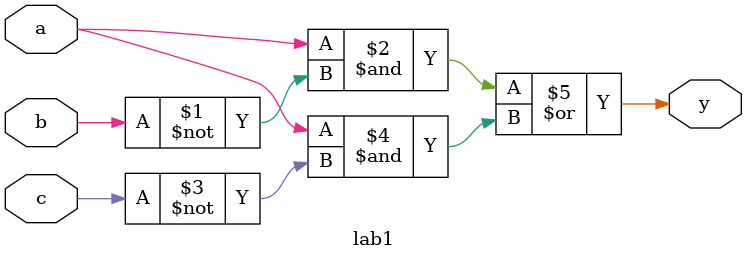
<source format=v>
module lab1(a,b,c,y);

input a,b,c;
  output y;

  assign y = (a & (~b)) | (a & (~c));

endmodule




</source>
